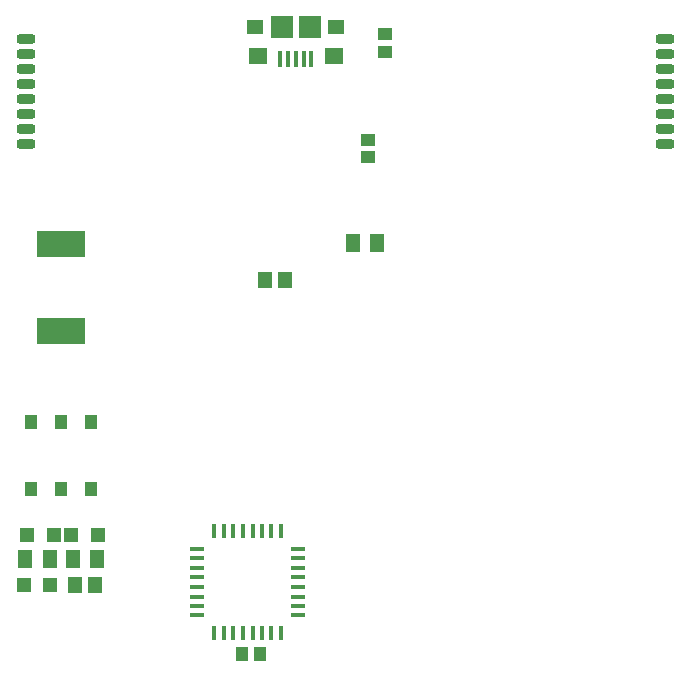
<source format=gbp>
G04 Layer_Color=16770453*
%FSLAX23Y23*%
%MOIN*%
G70*
G01*
G75*
%ADD12R,0.045X0.051*%
%ADD21R,0.039X0.051*%
%ADD25R,0.051X0.039*%
%ADD43R,0.049X0.061*%
%ADD44R,0.063X0.055*%
%ADD45R,0.057X0.051*%
%ADD46R,0.075X0.075*%
%ADD47R,0.016X0.053*%
%ADD48R,0.160X0.090*%
%ADD49R,0.049X0.055*%
%ADD50R,0.040X0.046*%
%ADD51R,0.050X0.016*%
%ADD52R,0.016X0.050*%
G04:AMPARAMS|DCode=53|XSize=60mil|YSize=31mil|CornerRadius=8mil|HoleSize=0mil|Usage=FLASHONLY|Rotation=0.000|XOffset=0mil|YOffset=0mil|HoleType=Round|Shape=RoundedRectangle|*
%AMROUNDEDRECTD53*
21,1,0.060,0.016,0,0,0.0*
21,1,0.044,0.031,0,0,0.0*
1,1,0.016,0.022,-0.008*
1,1,0.016,-0.022,-0.008*
1,1,0.016,-0.022,0.008*
1,1,0.016,0.022,0.008*
%
%ADD53ROUNDEDRECTD53*%
%ADD54R,0.047X0.057*%
D12*
X11875Y12677D02*
D03*
X11964D02*
D03*
X12111D02*
D03*
X12023D02*
D03*
X11953Y12513D02*
D03*
X11864D02*
D03*
D21*
X12591Y12281D02*
D03*
X12651D02*
D03*
D25*
X13011Y13996D02*
D03*
Y13937D02*
D03*
X13067Y14287D02*
D03*
X13067Y14347D02*
D03*
D43*
X12961Y13651D02*
D03*
X13041D02*
D03*
X12107Y12598D02*
D03*
X12027D02*
D03*
X11951D02*
D03*
X11870D02*
D03*
D44*
X12897Y14275D02*
D03*
X12645D02*
D03*
D45*
X12906Y14371D02*
D03*
X12636D02*
D03*
D46*
X12818D02*
D03*
X12724D02*
D03*
D47*
X12822Y14266D02*
D03*
X12797D02*
D03*
X12771D02*
D03*
X12745D02*
D03*
X12720D02*
D03*
D48*
X11988Y13359D02*
D03*
Y13649D02*
D03*
D49*
X12670Y13529D02*
D03*
X12735D02*
D03*
D50*
X11890Y13054D02*
D03*
X11988D02*
D03*
X12087D02*
D03*
X11890Y12831D02*
D03*
X11988D02*
D03*
X12087D02*
D03*
D51*
X12442Y12600D02*
D03*
X12442Y12568D02*
D03*
Y12631D02*
D03*
Y12537D02*
D03*
Y12505D02*
D03*
Y12473D02*
D03*
Y12442D02*
D03*
X12442Y12410D02*
D03*
X12780D02*
D03*
Y12442D02*
D03*
X12780Y12473D02*
D03*
X12780Y12505D02*
D03*
Y12537D02*
D03*
Y12568D02*
D03*
Y12600D02*
D03*
Y12631D02*
D03*
D52*
X12500Y12352D02*
D03*
X12532Y12352D02*
D03*
X12563D02*
D03*
X12595Y12352D02*
D03*
X12627D02*
D03*
X12658D02*
D03*
X12690D02*
D03*
X12721Y12352D02*
D03*
X12721Y12690D02*
D03*
X12690D02*
D03*
X12658D02*
D03*
X12627D02*
D03*
X12595D02*
D03*
X12563Y12690D02*
D03*
X12532Y12690D02*
D03*
X12500D02*
D03*
D53*
X11871Y13980D02*
D03*
Y14030D02*
D03*
Y14080D02*
D03*
Y14130D02*
D03*
Y14180D02*
D03*
Y14230D02*
D03*
Y14280D02*
D03*
Y14330D02*
D03*
X14001Y14332D02*
D03*
Y14282D02*
D03*
Y14232D02*
D03*
Y14182D02*
D03*
Y14132D02*
D03*
Y14082D02*
D03*
Y14032D02*
D03*
Y13982D02*
D03*
D54*
X12036Y12512D02*
D03*
X12103D02*
D03*
M02*

</source>
